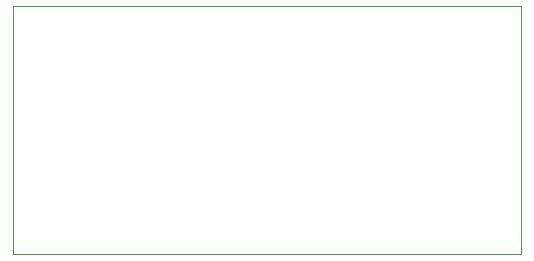
<source format=gbr>
G04 #@! TF.GenerationSoftware,KiCad,Pcbnew,9.0.6*
G04 #@! TF.CreationDate,2025-12-27T09:51:03+05:30*
G04 #@! TF.ProjectId,BC- LM2596 -ADJ,42432d20-4c4d-4323-9539-36202d41444a,rev?*
G04 #@! TF.SameCoordinates,Original*
G04 #@! TF.FileFunction,Profile,NP*
%FSLAX46Y46*%
G04 Gerber Fmt 4.6, Leading zero omitted, Abs format (unit mm)*
G04 Created by KiCad (PCBNEW 9.0.6) date 2025-12-27 09:51:03*
%MOMM*%
%LPD*%
G01*
G04 APERTURE LIST*
G04 #@! TA.AperFunction,Profile*
%ADD10C,0.050000*%
G04 #@! TD*
G04 APERTURE END LIST*
D10*
X125000000Y-100000000D02*
X168000000Y-100000000D01*
X168000000Y-121000000D01*
X125000000Y-121000000D01*
X125000000Y-100000000D01*
M02*

</source>
